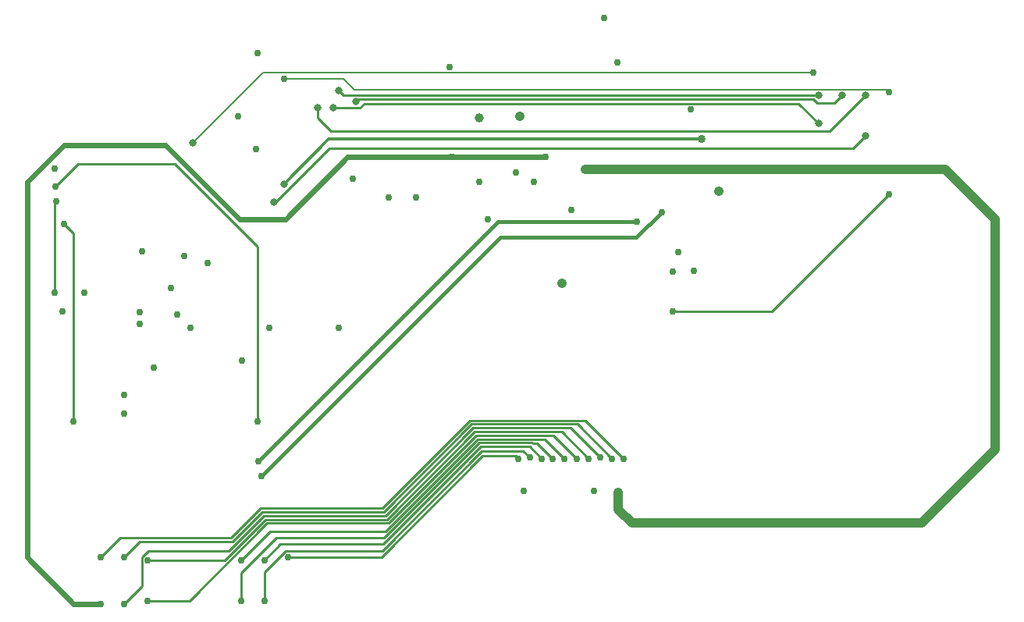
<source format=gbr>
G04 EAGLE Gerber RS-274X export*
G75*
%MOMM*%
%FSLAX34Y34*%
%LPD*%
%INBottom Copper*%
%IPPOS*%
%AMOC8*
5,1,8,0,0,1.08239X$1,22.5*%
G01*
%ADD10C,0.756400*%
%ADD11C,0.254000*%
%ADD12C,0.406400*%
%ADD13C,0.806400*%
%ADD14C,1.006400*%
%ADD15C,1.016000*%
%ADD16C,0.609600*%
%ADD17C,0.203200*%
%ADD18C,0.856400*%
%ADD19C,0.304800*%
%ADD20C,1.056400*%


D10*
X470800Y610000D03*
D11*
X554253Y610000D02*
X598317Y654064D01*
X730075Y654064D02*
X825267Y749256D01*
X730075Y654064D02*
X598317Y654064D01*
X825267Y749256D02*
X919744Y749256D01*
X949000Y720000D01*
X554253Y610000D02*
X470800Y610000D01*
D10*
X949000Y720000D03*
X470800Y566000D03*
D11*
X516000Y566000D01*
X731758Y650000D02*
X826950Y745192D01*
X910808Y745192D01*
X936000Y720000D01*
X600000Y650000D02*
X516000Y566000D01*
X600000Y650000D02*
X731758Y650000D01*
D10*
X936000Y720000D03*
X1001174Y977448D03*
X590426Y717426D03*
D12*
X850448Y977448D01*
X1001174Y977448D01*
D10*
X1028098Y987608D03*
X594000Y701000D03*
D12*
X853000Y960000D01*
X1000490Y960000D02*
X1028098Y987608D01*
X1000490Y960000D02*
X853000Y960000D01*
D13*
X1198400Y1083716D03*
D11*
X1176882Y1105234D01*
X705946Y1105234D01*
X701040Y1100328D01*
X672084Y1100328D01*
D13*
X672084Y1100328D03*
D10*
X390000Y760000D03*
D11*
X390000Y964116D01*
X380000Y974116D01*
D10*
X380000Y974116D03*
D13*
X1223800Y1114000D03*
X696468Y1107174D03*
D11*
X699230Y1109936D02*
X1192811Y1109936D01*
X699230Y1109936D02*
X696468Y1107174D01*
X1215800Y1106000D02*
X1223800Y1114000D01*
X1215800Y1106000D02*
X1196747Y1106000D01*
X1192811Y1109936D01*
D10*
X370000Y900000D03*
D11*
X370000Y997798D01*
X371101Y998899D01*
D10*
X371101Y998899D03*
X445400Y562600D03*
D11*
X464224Y581424D01*
X464224Y612724D01*
X471500Y620000D01*
X558505Y620000D02*
X596633Y658128D01*
X728391Y658128D01*
X823583Y753320D02*
X929680Y753320D01*
X962000Y721000D01*
X558505Y620000D02*
X471500Y620000D01*
X728391Y658128D02*
X823583Y753320D01*
D10*
X962000Y721000D03*
X445400Y613400D03*
D11*
X462000Y630000D01*
X562758Y630000D01*
X726708Y662192D02*
X821900Y757384D01*
X936616Y757384D01*
X974000Y720000D01*
X594950Y662192D02*
X562758Y630000D01*
X594950Y662192D02*
X726708Y662192D01*
D10*
X974000Y720000D03*
X420000Y613400D03*
D11*
X440664Y634064D01*
X561075Y634064D02*
X593267Y666256D01*
X725024Y666256D02*
X820216Y761448D01*
X945552Y761448D02*
X987000Y720000D01*
X561075Y634064D02*
X440664Y634064D01*
X593267Y666256D02*
X725024Y666256D01*
X820216Y761448D02*
X945552Y761448D01*
D10*
X987000Y720000D03*
X623200Y613400D03*
D11*
X724400Y613400D01*
X834000Y723000D01*
X870000Y723000D02*
X873000Y720000D01*
X870000Y723000D02*
X834000Y723000D01*
D10*
X873000Y720000D03*
X597800Y566000D03*
D11*
X639976Y619976D02*
X640000Y620000D01*
X639976Y619976D02*
X620476Y619976D01*
X597800Y597300D01*
X597800Y566000D01*
X640000Y620000D02*
X725000Y620000D01*
X833000Y728000D01*
X878000Y728000D01*
X885000Y721000D01*
D10*
X885000Y721000D03*
X597800Y610000D03*
D11*
X614800Y627000D01*
X885000Y733000D02*
X898000Y720000D01*
X726000Y627000D02*
X614800Y627000D01*
X726000Y627000D02*
X832000Y733000D01*
X885000Y733000D01*
D10*
X898000Y720000D03*
X572400Y566000D03*
D11*
X572400Y596400D01*
X610000Y634000D01*
X713000Y634000D01*
X727253Y634000D01*
X830317Y737064D01*
X887683Y737064D01*
X887747Y737000D01*
X890000Y737000D01*
X893000Y737000D01*
X910000Y720000D01*
D10*
X910000Y720000D03*
X572400Y610000D03*
D11*
X603464Y641064D01*
X828633Y741128D02*
X901872Y741128D01*
X923000Y720000D01*
X728569Y641064D02*
X603464Y641064D01*
X728569Y641064D02*
X828633Y741128D01*
D10*
X923000Y720000D03*
D14*
X945804Y1034196D03*
D15*
X1236000Y1034196D01*
X1335804Y1034196D01*
X1390000Y980000D01*
X1390000Y730000D01*
X1310000Y650000D01*
X996000Y650000D01*
X981000Y665000D02*
X981000Y683000D01*
D14*
X981000Y683000D03*
D15*
X981000Y665000D02*
X996000Y650000D01*
D10*
X1236000Y1034196D03*
X588000Y1056000D03*
X503000Y876000D03*
X496000Y905000D03*
X517000Y862000D03*
X536000Y932000D03*
X465000Y945000D03*
X462000Y879000D03*
X462000Y866000D03*
X378000Y880000D03*
X370000Y1035000D03*
X568382Y1091618D03*
X830000Y1020000D03*
X870000Y1030000D03*
X840000Y980000D03*
X930000Y990000D03*
X1046000Y944000D03*
X1040000Y923046D03*
X1063000Y924000D03*
X693000Y1024000D03*
X966000Y1198000D03*
X979811Y1149811D03*
X1060000Y1098658D03*
X678000Y862000D03*
X603000Y862000D03*
X445000Y789000D03*
X879000Y685000D03*
X732000Y1003000D03*
X762000Y1003000D03*
X477000Y819000D03*
X573000Y826000D03*
X420000Y562600D03*
D16*
X390000Y562600D01*
X340000Y612600D01*
X620000Y980000D02*
X687000Y1047000D01*
X801000Y1047000D01*
X902000Y1047000D01*
D10*
X801000Y1047000D03*
X902000Y1047000D03*
D16*
X380000Y1060000D02*
X340000Y1020000D01*
X490000Y1060000D02*
X570000Y980000D01*
X620000Y980000D01*
X340000Y1020000D02*
X340000Y612600D01*
X380000Y1060000D02*
X490000Y1060000D01*
D13*
X519684Y1062228D03*
D10*
X1192672Y1138428D03*
D17*
X621589Y1138428D01*
X621363Y1138654D01*
X596110Y1138654D01*
X519684Y1062228D01*
D13*
X1249200Y1070000D03*
D11*
X1236081Y1056881D01*
X667737Y1056881D01*
X609076Y998220D01*
X608076Y998220D01*
D13*
X608076Y998220D03*
D18*
X1071400Y1066600D03*
D19*
X1071208Y1066408D01*
X667120Y1066408D01*
X618744Y1018032D01*
D13*
X618744Y1018032D03*
X1198400Y1114000D03*
X1198400Y1114000D03*
D11*
X683000Y1114000D01*
X678000Y1119000D01*
D13*
X678000Y1119000D03*
D10*
X590000Y760000D03*
D11*
X590000Y950000D01*
X394907Y1040000D02*
X370453Y1015547D01*
D10*
X370453Y1015547D03*
D11*
X500000Y1040000D02*
X590000Y950000D01*
X500000Y1040000D02*
X394907Y1040000D01*
D20*
X874000Y1091380D03*
X920000Y910000D03*
D10*
X798000Y1145000D03*
D20*
X1090000Y1010000D03*
D10*
X445000Y769000D03*
X590000Y1160000D03*
X955000Y685000D03*
X890000Y1020000D03*
D14*
X830000Y1090000D03*
D10*
X402000Y899950D03*
X510000Y940000D03*
D13*
X1249200Y1114000D03*
D11*
X1210668Y1075468D01*
X669512Y1075468D01*
X655320Y1089660D01*
X655320Y1101057D01*
D13*
X655320Y1101057D03*
D10*
X1274600Y1117400D03*
D17*
X1271428Y1120572D01*
X694512Y1120572D01*
X682752Y1132332D02*
X618744Y1132332D01*
D10*
X618744Y1132332D03*
D17*
X682752Y1132332D02*
X694512Y1120572D01*
D10*
X1040000Y880000D03*
D11*
X1148000Y880000D01*
X1275000Y1007000D01*
D10*
X1275000Y1007000D03*
M02*

</source>
